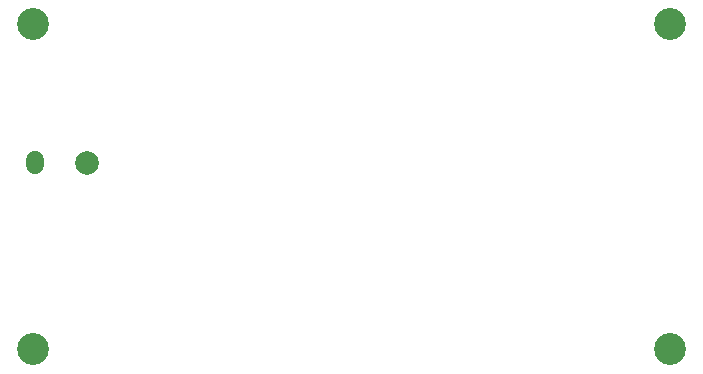
<source format=gbr>
%TF.GenerationSoftware,KiCad,Pcbnew,9.0.0*%
%TF.CreationDate,2025-03-05T13:55:28+00:00*%
%TF.ProjectId,t1,74312e6b-6963-4616-945f-706362585858,${git_hash}*%
%TF.SameCoordinates,Original*%
%TF.FileFunction,NonPlated,1,4,NPTH,Mixed*%
%TF.FilePolarity,Positive*%
%FSLAX46Y46*%
G04 Gerber Fmt 4.6, Leading zero omitted, Abs format (unit mm)*
G04 Created by KiCad (PCBNEW 9.0.0) date 2025-03-05 13:55:28*
%MOMM*%
%LPD*%
G01*
G04 APERTURE LIST*
G04 aperture for slot hole*
%TA.AperFunction,ComponentDrill*%
%ADD10C,1.500000*%
%TD*%
%TA.AperFunction,ComponentDrill*%
%ADD11C,2.000000*%
%TD*%
%TA.AperFunction,ComponentDrill*%
%ADD12C,2.700000*%
%TD*%
G04 APERTURE END LIST*
D10*
%TO.C,J1*%
X123200000Y-80950000D02*
X123200000Y-81450000D01*
D11*
X127600000Y-81200000D03*
D12*
%TO.C,H3*%
X123000000Y-69500000D03*
%TO.C,H2*%
X123000000Y-97000000D03*
%TO.C,H4*%
X177000000Y-69500000D03*
%TO.C,H1*%
X177000000Y-97000000D03*
M02*

</source>
